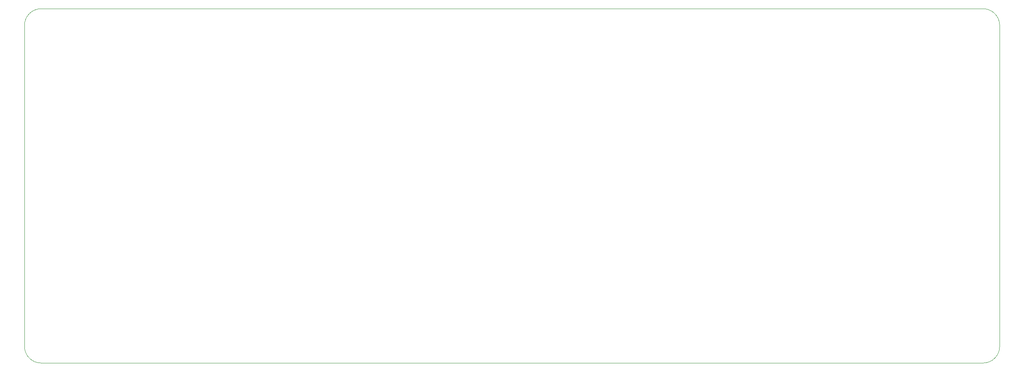
<source format=gbr>
G04 #@! TF.GenerationSoftware,KiCad,Pcbnew,(5.1.4)-1*
G04 #@! TF.CreationDate,2021-02-22T16:30:36-08:00*
G04 #@! TF.ProjectId,Rosies Board,526f7369-6573-4204-926f-6172642e6b69,rev?*
G04 #@! TF.SameCoordinates,Original*
G04 #@! TF.FileFunction,Profile,NP*
%FSLAX46Y46*%
G04 Gerber Fmt 4.6, Leading zero omitted, Abs format (unit mm)*
G04 Created by KiCad (PCBNEW (5.1.4)-1) date 2021-02-22 16:30:36*
%MOMM*%
%LPD*%
G04 APERTURE LIST*
%ADD10C,0.050000*%
G04 APERTURE END LIST*
D10*
X28575120Y-89297250D02*
X28575120Y-20240710D01*
X234554110Y-92869140D02*
X32147010Y-92869140D01*
X238126000Y-20240710D02*
X238126000Y-89297250D01*
X32147010Y-16668820D02*
X234554110Y-16668820D01*
X28575119Y-20240710D02*
G75*
G02X32147010Y-16668819I3571891J0D01*
G01*
X32147010Y-92869141D02*
G75*
G02X28575119Y-89297250I0J3571891D01*
G01*
X238126001Y-89297250D02*
G75*
G02X234554110Y-92869141I-3571891J0D01*
G01*
X234554110Y-16668820D02*
G75*
G02X238126000Y-20240710I0J-3571890D01*
G01*
M02*

</source>
